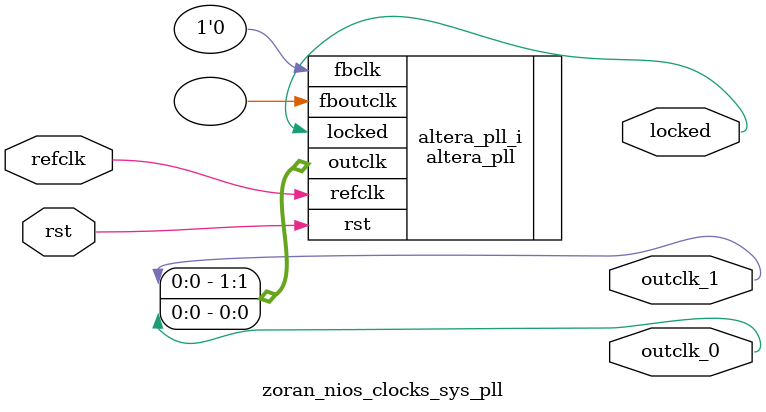
<source format=v>
`timescale 1ns/10ps
module  zoran_nios_clocks_sys_pll(

	// interface 'refclk'
	input wire refclk,

	// interface 'reset'
	input wire rst,

	// interface 'outclk0'
	output wire outclk_0,

	// interface 'outclk1'
	output wire outclk_1,

	// interface 'locked'
	output wire locked
);

	altera_pll #(
		.fractional_vco_multiplier("false"),
		.reference_clock_frequency("50.0 MHz"),
		.operation_mode("direct"),
		.number_of_clocks(2),
		.output_clock_frequency0("50.000000 MHz"),
		.phase_shift0("0 ps"),
		.duty_cycle0(50),
		.output_clock_frequency1("50.000000 MHz"),
		.phase_shift1("-3000 ps"),
		.duty_cycle1(50),
		.output_clock_frequency2("0 MHz"),
		.phase_shift2("0 ps"),
		.duty_cycle2(50),
		.output_clock_frequency3("0 MHz"),
		.phase_shift3("0 ps"),
		.duty_cycle3(50),
		.output_clock_frequency4("0 MHz"),
		.phase_shift4("0 ps"),
		.duty_cycle4(50),
		.output_clock_frequency5("0 MHz"),
		.phase_shift5("0 ps"),
		.duty_cycle5(50),
		.output_clock_frequency6("0 MHz"),
		.phase_shift6("0 ps"),
		.duty_cycle6(50),
		.output_clock_frequency7("0 MHz"),
		.phase_shift7("0 ps"),
		.duty_cycle7(50),
		.output_clock_frequency8("0 MHz"),
		.phase_shift8("0 ps"),
		.duty_cycle8(50),
		.output_clock_frequency9("0 MHz"),
		.phase_shift9("0 ps"),
		.duty_cycle9(50),
		.output_clock_frequency10("0 MHz"),
		.phase_shift10("0 ps"),
		.duty_cycle10(50),
		.output_clock_frequency11("0 MHz"),
		.phase_shift11("0 ps"),
		.duty_cycle11(50),
		.output_clock_frequency12("0 MHz"),
		.phase_shift12("0 ps"),
		.duty_cycle12(50),
		.output_clock_frequency13("0 MHz"),
		.phase_shift13("0 ps"),
		.duty_cycle13(50),
		.output_clock_frequency14("0 MHz"),
		.phase_shift14("0 ps"),
		.duty_cycle14(50),
		.output_clock_frequency15("0 MHz"),
		.phase_shift15("0 ps"),
		.duty_cycle15(50),
		.output_clock_frequency16("0 MHz"),
		.phase_shift16("0 ps"),
		.duty_cycle16(50),
		.output_clock_frequency17("0 MHz"),
		.phase_shift17("0 ps"),
		.duty_cycle17(50),
		.pll_type("General"),
		.pll_subtype("General")
	) altera_pll_i (
		.rst	(rst),
		.outclk	({outclk_1, outclk_0}),
		.locked	(locked),
		.fboutclk	( ),
		.fbclk	(1'b0),
		.refclk	(refclk)
	);
endmodule


</source>
